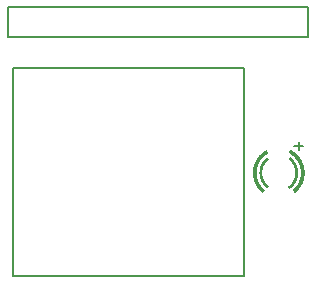
<source format=gbr>
G04 EAGLE Gerber RS-274X export*
G75*
%MOMM*%
%FSLAX34Y34*%
%LPD*%
%INSilkscreen Top*%
%IPPOS*%
%AMOC8*
5,1,8,0,0,1.08239X$1,22.5*%
G01*
%ADD10C,0.015238*%
%ADD11C,0.025400*%
%ADD12C,0.127000*%
%ADD13C,0.152400*%


D10*
X250618Y88685D02*
X249821Y89802D01*
X249821Y89801D02*
X250103Y90010D01*
X250380Y90226D01*
X250651Y90448D01*
X250917Y90676D01*
X251178Y90911D01*
X251433Y91152D01*
X251681Y91400D01*
X251924Y91653D01*
X252161Y91912D01*
X252391Y92176D01*
X252615Y92447D01*
X252832Y92722D01*
X253043Y93002D01*
X253247Y93288D01*
X253444Y93578D01*
X253634Y93873D01*
X253816Y94173D01*
X253992Y94477D01*
X254160Y94785D01*
X254320Y95097D01*
X254473Y95412D01*
X254618Y95732D01*
X254756Y96054D01*
X254886Y96380D01*
X255008Y96709D01*
X255122Y97041D01*
X255227Y97376D01*
X255325Y97712D01*
X255415Y98052D01*
X255496Y98393D01*
X255569Y98736D01*
X255634Y99081D01*
X255691Y99427D01*
X255739Y99774D01*
X255779Y100123D01*
X255810Y100472D01*
X255833Y100822D01*
X255848Y101173D01*
X255854Y101524D01*
X257225Y101524D01*
X257226Y101524D01*
X257219Y101139D01*
X257204Y100756D01*
X257179Y100372D01*
X257144Y99989D01*
X257101Y99608D01*
X257048Y99227D01*
X256986Y98848D01*
X256915Y98470D01*
X256835Y98094D01*
X256746Y97720D01*
X256648Y97349D01*
X256541Y96980D01*
X256425Y96614D01*
X256301Y96250D01*
X256167Y95890D01*
X256025Y95533D01*
X255874Y95179D01*
X255715Y94830D01*
X255548Y94484D01*
X255372Y94142D01*
X255188Y93805D01*
X254996Y93472D01*
X254796Y93144D01*
X254588Y92821D01*
X254372Y92503D01*
X254149Y92190D01*
X253918Y91883D01*
X253680Y91581D01*
X253435Y91285D01*
X253182Y90996D01*
X252923Y90712D01*
X252657Y90435D01*
X252384Y90164D01*
X252105Y89900D01*
X251820Y89643D01*
X251528Y89392D01*
X251231Y89149D01*
X250927Y88913D01*
X250618Y88685D01*
X250535Y88801D01*
X250841Y89028D01*
X251142Y89261D01*
X251437Y89502D01*
X251726Y89751D01*
X252008Y90005D01*
X252285Y90267D01*
X252555Y90535D01*
X252819Y90810D01*
X253076Y91091D01*
X253326Y91378D01*
X253569Y91671D01*
X253805Y91970D01*
X254034Y92275D01*
X254255Y92585D01*
X254468Y92900D01*
X254675Y93220D01*
X254873Y93545D01*
X255063Y93875D01*
X255245Y94209D01*
X255420Y94548D01*
X255586Y94890D01*
X255743Y95237D01*
X255893Y95587D01*
X256034Y95941D01*
X256166Y96298D01*
X256289Y96658D01*
X256404Y97021D01*
X256510Y97387D01*
X256607Y97755D01*
X256696Y98125D01*
X256775Y98498D01*
X256845Y98872D01*
X256907Y99248D01*
X256959Y99625D01*
X257002Y100003D01*
X257036Y100383D01*
X257061Y100762D01*
X257076Y101143D01*
X257083Y101524D01*
X256940Y101524D01*
X256933Y101146D01*
X256918Y100769D01*
X256893Y100393D01*
X256860Y100017D01*
X256817Y99642D01*
X256765Y99269D01*
X256705Y98896D01*
X256635Y98525D01*
X256556Y98156D01*
X256469Y97789D01*
X256372Y97425D01*
X256267Y97062D01*
X256153Y96703D01*
X256031Y96346D01*
X255900Y95992D01*
X255760Y95641D01*
X255613Y95294D01*
X255456Y94951D01*
X255292Y94611D01*
X255119Y94276D01*
X254938Y93945D01*
X254750Y93618D01*
X254553Y93296D01*
X254349Y92979D01*
X254137Y92666D01*
X253918Y92359D01*
X253692Y92058D01*
X253458Y91762D01*
X253217Y91471D01*
X252969Y91187D01*
X252715Y90908D01*
X252454Y90636D01*
X252186Y90370D01*
X251912Y90111D01*
X251632Y89858D01*
X251345Y89612D01*
X251053Y89374D01*
X250755Y89142D01*
X250452Y88917D01*
X250369Y89034D01*
X250670Y89256D01*
X250965Y89486D01*
X251254Y89722D01*
X251537Y89966D01*
X251815Y90216D01*
X252087Y90473D01*
X252352Y90737D01*
X252611Y91006D01*
X252863Y91282D01*
X253108Y91564D01*
X253347Y91852D01*
X253579Y92145D01*
X253803Y92444D01*
X254020Y92748D01*
X254230Y93058D01*
X254432Y93372D01*
X254627Y93691D01*
X254814Y94015D01*
X254993Y94343D01*
X255164Y94675D01*
X255327Y95012D01*
X255482Y95352D01*
X255628Y95696D01*
X255766Y96043D01*
X255896Y96394D01*
X256018Y96747D01*
X256130Y97104D01*
X256234Y97463D01*
X256330Y97824D01*
X256417Y98188D01*
X256495Y98553D01*
X256564Y98921D01*
X256624Y99289D01*
X256675Y99660D01*
X256717Y100031D01*
X256751Y100403D01*
X256775Y100776D01*
X256790Y101150D01*
X256797Y101524D01*
X256654Y101524D01*
X256648Y101153D01*
X256632Y100783D01*
X256608Y100414D01*
X256575Y100045D01*
X256533Y99677D01*
X256482Y99310D01*
X256423Y98945D01*
X256354Y98581D01*
X256277Y98219D01*
X256191Y97859D01*
X256097Y97500D01*
X255993Y97145D01*
X255882Y96792D01*
X255762Y96442D01*
X255633Y96094D01*
X255496Y95750D01*
X255351Y95410D01*
X255197Y95072D01*
X255036Y94739D01*
X254866Y94410D01*
X254689Y94085D01*
X254504Y93764D01*
X254311Y93448D01*
X254111Y93137D01*
X253903Y92830D01*
X253688Y92529D01*
X253465Y92233D01*
X253236Y91942D01*
X253000Y91657D01*
X252756Y91378D01*
X252507Y91104D01*
X252250Y90837D01*
X251987Y90576D01*
X251718Y90322D01*
X251443Y90074D01*
X251163Y89832D01*
X250876Y89598D01*
X250584Y89371D01*
X250286Y89150D01*
X250203Y89267D01*
X250498Y89485D01*
X250787Y89710D01*
X251071Y89942D01*
X251349Y90181D01*
X251622Y90427D01*
X251888Y90679D01*
X252149Y90938D01*
X252402Y91202D01*
X252650Y91473D01*
X252891Y91750D01*
X253125Y92032D01*
X253352Y92320D01*
X253573Y92613D01*
X253786Y92912D01*
X253992Y93216D01*
X254190Y93524D01*
X254381Y93837D01*
X254564Y94155D01*
X254740Y94477D01*
X254908Y94803D01*
X255068Y95133D01*
X255220Y95467D01*
X255364Y95805D01*
X255499Y96145D01*
X255627Y96489D01*
X255746Y96836D01*
X255857Y97186D01*
X255959Y97538D01*
X256052Y97893D01*
X256137Y98250D01*
X256214Y98609D01*
X256282Y98969D01*
X256341Y99331D01*
X256391Y99695D01*
X256433Y100059D01*
X256465Y100424D01*
X256489Y100790D01*
X256505Y101157D01*
X256511Y101524D01*
X256368Y101524D01*
X256362Y101160D01*
X256347Y100797D01*
X256323Y100435D01*
X256290Y100073D01*
X256249Y99712D01*
X256199Y99352D01*
X256141Y98993D01*
X256074Y98636D01*
X255998Y98281D01*
X255914Y97928D01*
X255821Y97576D01*
X255720Y97227D01*
X255610Y96881D01*
X255492Y96537D01*
X255366Y96197D01*
X255231Y95859D01*
X255089Y95525D01*
X254938Y95194D01*
X254780Y94867D01*
X254614Y94544D01*
X254440Y94225D01*
X254258Y93910D01*
X254069Y93600D01*
X253872Y93295D01*
X253668Y92994D01*
X253457Y92698D01*
X253239Y92408D01*
X253014Y92122D01*
X252782Y91843D01*
X252544Y91569D01*
X252298Y91300D01*
X252047Y91038D01*
X251789Y90782D01*
X251525Y90532D01*
X251255Y90289D01*
X250980Y90052D01*
X250698Y89822D01*
X250412Y89599D01*
X250120Y89383D01*
X250037Y89499D01*
X250326Y89713D01*
X250610Y89935D01*
X250888Y90162D01*
X251161Y90397D01*
X251429Y90638D01*
X251690Y90885D01*
X251945Y91139D01*
X252194Y91399D01*
X252437Y91664D01*
X252673Y91936D01*
X252903Y92213D01*
X253126Y92495D01*
X253342Y92783D01*
X253551Y93076D01*
X253753Y93373D01*
X253948Y93676D01*
X254135Y93983D01*
X254315Y94295D01*
X254487Y94611D01*
X254652Y94931D01*
X254809Y95255D01*
X254958Y95582D01*
X255099Y95913D01*
X255232Y96248D01*
X255357Y96585D01*
X255474Y96925D01*
X255583Y97269D01*
X255683Y97614D01*
X255775Y97962D01*
X255858Y98312D01*
X255933Y98664D01*
X256000Y99018D01*
X256058Y99373D01*
X256107Y99729D01*
X256148Y100087D01*
X256180Y100445D01*
X256204Y100804D01*
X256219Y101164D01*
X256225Y101524D01*
X256082Y101524D01*
X256076Y101167D01*
X256061Y100811D01*
X256038Y100456D01*
X256006Y100101D01*
X255965Y99747D01*
X255916Y99394D01*
X255859Y99042D01*
X255793Y98692D01*
X255719Y98343D01*
X255636Y97997D01*
X255545Y97652D01*
X255446Y97310D01*
X255338Y96970D01*
X255222Y96633D01*
X255099Y96299D01*
X254967Y95968D01*
X254827Y95640D01*
X254680Y95315D01*
X254524Y94995D01*
X254361Y94678D01*
X254190Y94365D01*
X254012Y94056D01*
X253827Y93752D01*
X253634Y93452D01*
X253434Y93157D01*
X253227Y92867D01*
X253013Y92582D01*
X252792Y92303D01*
X252565Y92028D01*
X252331Y91760D01*
X252090Y91497D01*
X251844Y91239D01*
X251591Y90988D01*
X251332Y90743D01*
X251067Y90505D01*
X250797Y90272D01*
X250521Y90047D01*
X250240Y89828D01*
X249954Y89616D01*
X249870Y89732D01*
X250154Y89942D01*
X250432Y90159D01*
X250706Y90382D01*
X250973Y90612D01*
X251235Y90849D01*
X251491Y91091D01*
X251742Y91340D01*
X251986Y91595D01*
X252224Y91855D01*
X252456Y92121D01*
X252681Y92393D01*
X252900Y92670D01*
X253112Y92952D01*
X253317Y93239D01*
X253515Y93531D01*
X253706Y93828D01*
X253889Y94129D01*
X254066Y94435D01*
X254235Y94745D01*
X254396Y95059D01*
X254550Y95376D01*
X254696Y95697D01*
X254835Y96022D01*
X254965Y96350D01*
X255088Y96681D01*
X255202Y97015D01*
X255309Y97351D01*
X255407Y97690D01*
X255497Y98031D01*
X255579Y98374D01*
X255653Y98719D01*
X255718Y99066D01*
X255775Y99415D01*
X255823Y99764D01*
X255863Y100115D01*
X255895Y100466D01*
X255918Y100818D01*
X255933Y101171D01*
X255939Y101524D01*
X257225Y101675D02*
X255853Y101675D01*
X255854Y101676D02*
X255848Y102027D01*
X255833Y102378D01*
X255810Y102728D01*
X255779Y103078D01*
X255739Y103427D01*
X255691Y103775D01*
X255634Y104121D01*
X255569Y104466D01*
X255496Y104810D01*
X255414Y105151D01*
X255324Y105491D01*
X255226Y105828D01*
X255120Y106163D01*
X255006Y106495D01*
X254884Y106824D01*
X254754Y107150D01*
X254616Y107473D01*
X254471Y107793D01*
X254317Y108109D01*
X254157Y108421D01*
X253988Y108729D01*
X253813Y109033D01*
X253630Y109333D01*
X253440Y109628D01*
X253242Y109919D01*
X253038Y110204D01*
X252827Y110485D01*
X252609Y110760D01*
X252385Y111031D01*
X252154Y111295D01*
X251917Y111554D01*
X251674Y111808D01*
X251425Y112055D01*
X251170Y112296D01*
X250909Y112531D01*
X250642Y112760D01*
X250370Y112982D01*
X250093Y113197D01*
X250916Y114295D01*
X251220Y114059D01*
X251518Y113816D01*
X251810Y113566D01*
X252096Y113308D01*
X252376Y113044D01*
X252649Y112773D01*
X252915Y112496D01*
X253175Y112212D01*
X253428Y111923D01*
X253674Y111627D01*
X253912Y111325D01*
X254143Y111018D01*
X254367Y110705D01*
X254583Y110386D01*
X254791Y110063D01*
X254992Y109735D01*
X255184Y109402D01*
X255368Y109064D01*
X255545Y108722D01*
X255712Y108376D01*
X255872Y108026D01*
X256023Y107672D01*
X256165Y107315D01*
X256299Y106954D01*
X256424Y106591D01*
X256540Y106224D01*
X256647Y105855D01*
X256745Y105483D01*
X256835Y105109D01*
X256915Y104733D01*
X256986Y104355D01*
X257048Y103975D01*
X257101Y103594D01*
X257144Y103212D01*
X257179Y102829D01*
X257204Y102445D01*
X257219Y102061D01*
X257226Y101676D01*
X257083Y101676D01*
X257076Y102057D01*
X257061Y102438D01*
X257036Y102818D01*
X257002Y103198D01*
X256959Y103577D01*
X256906Y103954D01*
X256845Y104330D01*
X256775Y104705D01*
X256695Y105078D01*
X256607Y105448D01*
X256509Y105817D01*
X256403Y106183D01*
X256288Y106546D01*
X256164Y106907D01*
X256032Y107264D01*
X255891Y107618D01*
X255741Y107969D01*
X255583Y108315D01*
X255417Y108658D01*
X255242Y108997D01*
X255060Y109332D01*
X254869Y109662D01*
X254670Y109987D01*
X254464Y110307D01*
X254250Y110623D01*
X254028Y110933D01*
X253799Y111237D01*
X253563Y111536D01*
X253319Y111830D01*
X253069Y112117D01*
X252811Y112398D01*
X252547Y112673D01*
X252276Y112941D01*
X251999Y113203D01*
X251716Y113458D01*
X251427Y113706D01*
X251131Y113947D01*
X250830Y114181D01*
X250745Y114066D01*
X251043Y113835D01*
X251335Y113596D01*
X251622Y113350D01*
X251903Y113097D01*
X252177Y112838D01*
X252446Y112572D01*
X252707Y112300D01*
X252962Y112021D01*
X253210Y111737D01*
X253452Y111446D01*
X253686Y111150D01*
X253913Y110848D01*
X254132Y110541D01*
X254345Y110228D01*
X254549Y109911D01*
X254746Y109589D01*
X254935Y109262D01*
X255116Y108930D01*
X255289Y108594D01*
X255454Y108255D01*
X255610Y107911D01*
X255758Y107564D01*
X255898Y107213D01*
X256029Y106859D01*
X256152Y106502D01*
X256266Y106141D01*
X256371Y105779D01*
X256468Y105414D01*
X256556Y105046D01*
X256634Y104677D01*
X256704Y104306D01*
X256765Y103933D01*
X256817Y103559D01*
X256860Y103184D01*
X256893Y102808D01*
X256918Y102431D01*
X256933Y102054D01*
X256940Y101676D01*
X256797Y101676D01*
X256790Y102050D01*
X256775Y102424D01*
X256751Y102797D01*
X256717Y103170D01*
X256675Y103542D01*
X256624Y103912D01*
X256563Y104282D01*
X256494Y104649D01*
X256416Y105015D01*
X256329Y105379D01*
X256234Y105741D01*
X256129Y106100D01*
X256016Y106457D01*
X255895Y106811D01*
X255765Y107162D01*
X255626Y107509D01*
X255479Y107853D01*
X255324Y108194D01*
X255161Y108530D01*
X254990Y108863D01*
X254810Y109191D01*
X254623Y109515D01*
X254428Y109835D01*
X254225Y110149D01*
X254015Y110459D01*
X253798Y110763D01*
X253573Y111062D01*
X253341Y111356D01*
X253102Y111644D01*
X252856Y111926D01*
X252603Y112202D01*
X252344Y112471D01*
X252078Y112735D01*
X251806Y112992D01*
X251528Y113242D01*
X251244Y113486D01*
X250954Y113722D01*
X250659Y113952D01*
X250573Y113837D01*
X250866Y113610D01*
X251153Y113376D01*
X251434Y113134D01*
X251710Y112886D01*
X251979Y112632D01*
X252242Y112371D01*
X252499Y112103D01*
X252749Y111830D01*
X252993Y111551D01*
X253230Y111266D01*
X253460Y110975D01*
X253683Y110678D01*
X253898Y110377D01*
X254106Y110070D01*
X254307Y109759D01*
X254500Y109442D01*
X254686Y109121D01*
X254863Y108796D01*
X255033Y108467D01*
X255195Y108133D01*
X255348Y107796D01*
X255494Y107455D01*
X255631Y107110D01*
X255760Y106763D01*
X255880Y106412D01*
X255992Y106059D01*
X256096Y105703D01*
X256190Y105345D01*
X256276Y104984D01*
X256354Y104622D01*
X256422Y104257D01*
X256482Y103891D01*
X256533Y103524D01*
X256575Y103156D01*
X256608Y102787D01*
X256632Y102417D01*
X256648Y102047D01*
X256654Y101676D01*
X256511Y101676D01*
X256505Y102043D01*
X256489Y102410D01*
X256465Y102776D01*
X256433Y103142D01*
X256391Y103507D01*
X256341Y103871D01*
X256281Y104233D01*
X256213Y104594D01*
X256137Y104953D01*
X256052Y105310D01*
X255958Y105665D01*
X255855Y106018D01*
X255745Y106368D01*
X255625Y106715D01*
X255498Y107059D01*
X255362Y107400D01*
X255218Y107738D01*
X255065Y108072D01*
X254905Y108403D01*
X254737Y108729D01*
X254561Y109051D01*
X254377Y109369D01*
X254186Y109683D01*
X253987Y109991D01*
X253781Y110295D01*
X253567Y110594D01*
X253347Y110887D01*
X253119Y111175D01*
X252884Y111458D01*
X252643Y111734D01*
X252395Y112005D01*
X252141Y112270D01*
X251880Y112529D01*
X251613Y112781D01*
X251340Y113027D01*
X251062Y113266D01*
X250777Y113498D01*
X250487Y113723D01*
X250401Y113609D01*
X250689Y113385D01*
X250970Y113155D01*
X251246Y112919D01*
X251517Y112675D01*
X251781Y112426D01*
X252039Y112169D01*
X252291Y111907D01*
X252537Y111639D01*
X252776Y111365D01*
X253008Y111085D01*
X253234Y110800D01*
X253452Y110509D01*
X253664Y110213D01*
X253868Y109912D01*
X254065Y109606D01*
X254254Y109296D01*
X254436Y108981D01*
X254611Y108662D01*
X254777Y108339D01*
X254936Y108011D01*
X255087Y107680D01*
X255229Y107346D01*
X255364Y107008D01*
X255490Y106667D01*
X255609Y106323D01*
X255718Y105976D01*
X255820Y105627D01*
X255913Y105276D01*
X255997Y104922D01*
X256073Y104566D01*
X256140Y104209D01*
X256199Y103850D01*
X256249Y103489D01*
X256290Y103128D01*
X256323Y102766D01*
X256347Y102403D01*
X256362Y102040D01*
X256368Y101676D01*
X256225Y101676D01*
X256219Y102036D01*
X256204Y102396D01*
X256180Y102755D01*
X256148Y103114D01*
X256107Y103472D01*
X256058Y103829D01*
X256000Y104184D01*
X255933Y104538D01*
X255858Y104891D01*
X255774Y105241D01*
X255682Y105589D01*
X255582Y105935D01*
X255473Y106278D01*
X255356Y106619D01*
X255231Y106957D01*
X255097Y107291D01*
X254956Y107623D01*
X254807Y107951D01*
X254649Y108275D01*
X254484Y108595D01*
X254312Y108911D01*
X254132Y109223D01*
X253944Y109530D01*
X253749Y109833D01*
X253546Y110131D01*
X253337Y110424D01*
X253121Y110712D01*
X252897Y110995D01*
X252667Y111272D01*
X252430Y111543D01*
X252187Y111809D01*
X251938Y112069D01*
X251682Y112322D01*
X251420Y112570D01*
X251152Y112811D01*
X250879Y113045D01*
X250600Y113273D01*
X250316Y113494D01*
X250230Y113380D01*
X250512Y113161D01*
X250788Y112935D01*
X251059Y112703D01*
X251324Y112464D01*
X251583Y112219D01*
X251836Y111968D01*
X252083Y111711D01*
X252324Y111448D01*
X252558Y111179D01*
X252786Y110904D01*
X253007Y110625D01*
X253222Y110339D01*
X253429Y110049D01*
X253630Y109754D01*
X253823Y109454D01*
X254009Y109150D01*
X254187Y108841D01*
X254358Y108528D01*
X254521Y108211D01*
X254677Y107890D01*
X254825Y107565D01*
X254965Y107237D01*
X255097Y106906D01*
X255221Y106571D01*
X255337Y106234D01*
X255445Y105894D01*
X255544Y105551D01*
X255635Y105206D01*
X255718Y104859D01*
X255793Y104511D01*
X255859Y104160D01*
X255916Y103808D01*
X255965Y103455D01*
X256006Y103100D01*
X256038Y102745D01*
X256061Y102389D01*
X256076Y102033D01*
X256082Y101676D01*
X255939Y101676D01*
X255933Y102029D01*
X255918Y102382D01*
X255895Y102735D01*
X255863Y103086D01*
X255823Y103437D01*
X255775Y103787D01*
X255718Y104136D01*
X255652Y104483D01*
X255579Y104828D01*
X255497Y105172D01*
X255406Y105513D01*
X255308Y105853D01*
X255201Y106189D01*
X255086Y106523D01*
X254963Y106855D01*
X254833Y107183D01*
X254694Y107508D01*
X254548Y107829D01*
X254394Y108147D01*
X254232Y108461D01*
X254062Y108771D01*
X253886Y109077D01*
X253702Y109378D01*
X253510Y109675D01*
X253312Y109967D01*
X253107Y110255D01*
X252894Y110537D01*
X252675Y110814D01*
X252450Y111086D01*
X252218Y111352D01*
X251979Y111613D01*
X251735Y111867D01*
X251484Y112116D01*
X251227Y112359D01*
X250965Y112595D01*
X250697Y112825D01*
X250423Y113049D01*
X250144Y113265D01*
X225375Y101524D02*
X226747Y101524D01*
X226746Y101524D02*
X226752Y101170D01*
X226767Y100817D01*
X226790Y100464D01*
X226822Y100112D01*
X226863Y99760D01*
X226912Y99410D01*
X226969Y99061D01*
X227035Y98713D01*
X227110Y98367D01*
X227192Y98023D01*
X227283Y97682D01*
X227383Y97342D01*
X227490Y97005D01*
X227606Y96671D01*
X227730Y96339D01*
X227862Y96011D01*
X228002Y95686D01*
X228149Y95365D01*
X228305Y95047D01*
X228468Y94733D01*
X228639Y94423D01*
X228817Y94118D01*
X229002Y93816D01*
X229195Y93520D01*
X229395Y93228D01*
X229602Y92941D01*
X229816Y92659D01*
X230037Y92383D01*
X230264Y92112D01*
X230498Y91847D01*
X230738Y91587D01*
X230984Y91333D01*
X231237Y91085D01*
X231496Y90844D01*
X231760Y90609D01*
X232030Y90380D01*
X232305Y90158D01*
X231463Y89076D01*
X231463Y89075D01*
X231161Y89318D01*
X230865Y89569D01*
X230576Y89826D01*
X230292Y90090D01*
X230016Y90362D01*
X229746Y90639D01*
X229482Y90924D01*
X229226Y91214D01*
X228977Y91511D01*
X228735Y91814D01*
X228501Y92123D01*
X228274Y92437D01*
X228055Y92756D01*
X227844Y93081D01*
X227641Y93411D01*
X227445Y93746D01*
X227258Y94085D01*
X227080Y94429D01*
X226910Y94777D01*
X226748Y95129D01*
X226595Y95485D01*
X226450Y95845D01*
X226315Y96208D01*
X226188Y96574D01*
X226070Y96943D01*
X225961Y97315D01*
X225862Y97689D01*
X225771Y98066D01*
X225690Y98445D01*
X225618Y98826D01*
X225555Y99208D01*
X225501Y99592D01*
X225457Y99977D01*
X225422Y100363D01*
X225397Y100749D01*
X225381Y101136D01*
X225374Y101524D01*
X225517Y101524D01*
X225524Y101140D01*
X225540Y100756D01*
X225565Y100373D01*
X225599Y99991D01*
X225643Y99609D01*
X225696Y99229D01*
X225758Y98850D01*
X225830Y98473D01*
X225911Y98098D01*
X226000Y97724D01*
X226099Y97353D01*
X226207Y96985D01*
X226324Y96619D01*
X226449Y96256D01*
X226584Y95896D01*
X226727Y95540D01*
X226878Y95187D01*
X227039Y94838D01*
X227207Y94493D01*
X227384Y94153D01*
X227570Y93816D01*
X227763Y93485D01*
X227965Y93158D01*
X228174Y92836D01*
X228391Y92519D01*
X228616Y92208D01*
X228848Y91902D01*
X229088Y91602D01*
X229334Y91308D01*
X229588Y91020D01*
X229849Y90738D01*
X230117Y90463D01*
X230391Y90194D01*
X230672Y89932D01*
X230959Y89677D01*
X231252Y89429D01*
X231551Y89188D01*
X231639Y89301D01*
X231342Y89540D01*
X231052Y89785D01*
X230768Y90038D01*
X230489Y90298D01*
X230218Y90564D01*
X229953Y90837D01*
X229694Y91116D01*
X229443Y91401D01*
X229198Y91693D01*
X228961Y91990D01*
X228730Y92293D01*
X228508Y92602D01*
X228293Y92916D01*
X228085Y93234D01*
X227886Y93558D01*
X227694Y93887D01*
X227511Y94220D01*
X227335Y94558D01*
X227168Y94900D01*
X227009Y95245D01*
X226859Y95595D01*
X226717Y95948D01*
X226584Y96304D01*
X226459Y96664D01*
X226344Y97026D01*
X226237Y97391D01*
X226139Y97759D01*
X226050Y98129D01*
X225970Y98501D01*
X225899Y98875D01*
X225838Y99250D01*
X225785Y99627D01*
X225742Y100005D01*
X225707Y100384D01*
X225682Y100763D01*
X225667Y101144D01*
X225660Y101524D01*
X225803Y101524D01*
X225810Y101147D01*
X225825Y100770D01*
X225850Y100394D01*
X225884Y100019D01*
X225927Y99644D01*
X225979Y99271D01*
X226040Y98899D01*
X226110Y98529D01*
X226190Y98160D01*
X226278Y97794D01*
X226375Y97430D01*
X226481Y97068D01*
X226595Y96709D01*
X226718Y96353D01*
X226850Y95999D01*
X226991Y95650D01*
X227140Y95303D01*
X227297Y94961D01*
X227463Y94622D01*
X227637Y94288D01*
X227818Y93958D01*
X228008Y93632D01*
X228206Y93311D01*
X228412Y92995D01*
X228625Y92684D01*
X228845Y92379D01*
X229073Y92078D01*
X229308Y91784D01*
X229551Y91495D01*
X229800Y91212D01*
X230056Y90936D01*
X230319Y90665D01*
X230588Y90401D01*
X230863Y90144D01*
X231145Y89894D01*
X231433Y89650D01*
X231726Y89414D01*
X231814Y89527D01*
X231523Y89761D01*
X231238Y90002D01*
X230959Y90250D01*
X230686Y90505D01*
X230420Y90767D01*
X230159Y91034D01*
X229906Y91308D01*
X229659Y91589D01*
X229419Y91875D01*
X229186Y92166D01*
X228960Y92464D01*
X228741Y92767D01*
X228530Y93075D01*
X228327Y93388D01*
X228131Y93706D01*
X227943Y94028D01*
X227763Y94355D01*
X227590Y94687D01*
X227426Y95022D01*
X227271Y95361D01*
X227123Y95704D01*
X226984Y96051D01*
X226853Y96401D01*
X226731Y96754D01*
X226617Y97109D01*
X226513Y97468D01*
X226416Y97829D01*
X226329Y98192D01*
X226251Y98557D01*
X226181Y98924D01*
X226120Y99292D01*
X226069Y99662D01*
X226026Y100033D01*
X225993Y100405D01*
X225968Y100777D01*
X225953Y101151D01*
X225946Y101524D01*
X226089Y101524D01*
X226096Y101154D01*
X226111Y100784D01*
X226135Y100415D01*
X226168Y100047D01*
X226211Y99679D01*
X226262Y99313D01*
X226322Y98948D01*
X226391Y98585D01*
X226469Y98223D01*
X226555Y97863D01*
X226650Y97506D01*
X226754Y97151D01*
X226867Y96799D01*
X226988Y96449D01*
X227117Y96103D01*
X227255Y95759D01*
X227401Y95420D01*
X227556Y95083D01*
X227718Y94751D01*
X227889Y94423D01*
X228067Y94099D01*
X228254Y93779D01*
X228448Y93464D01*
X228649Y93154D01*
X228858Y92849D01*
X229075Y92549D01*
X229298Y92255D01*
X229529Y91966D01*
X229767Y91682D01*
X230012Y91405D01*
X230263Y91133D01*
X230521Y90868D01*
X230785Y90609D01*
X231055Y90356D01*
X231332Y90111D01*
X231614Y89872D01*
X231902Y89640D01*
X231990Y89752D01*
X231704Y89982D01*
X231425Y90219D01*
X231151Y90463D01*
X230883Y90713D01*
X230622Y90969D01*
X230366Y91232D01*
X230117Y91501D01*
X229875Y91776D01*
X229640Y92056D01*
X229411Y92343D01*
X229189Y92634D01*
X228975Y92932D01*
X228768Y93234D01*
X228568Y93541D01*
X228376Y93853D01*
X228192Y94169D01*
X228015Y94490D01*
X227846Y94815D01*
X227685Y95145D01*
X227532Y95478D01*
X227387Y95814D01*
X227251Y96154D01*
X227122Y96497D01*
X227002Y96844D01*
X226891Y97193D01*
X226788Y97544D01*
X226694Y97898D01*
X226608Y98254D01*
X226531Y98613D01*
X226463Y98973D01*
X226403Y99334D01*
X226353Y99697D01*
X226311Y100061D01*
X226278Y100426D01*
X226254Y100792D01*
X226238Y101158D01*
X226232Y101524D01*
X226375Y101524D01*
X226381Y101161D01*
X226397Y100799D01*
X226420Y100436D01*
X226453Y100075D01*
X226495Y99715D01*
X226545Y99355D01*
X226604Y98997D01*
X226671Y98641D01*
X226748Y98286D01*
X226832Y97933D01*
X226926Y97582D01*
X227028Y97234D01*
X227138Y96888D01*
X227257Y96546D01*
X227384Y96206D01*
X227519Y95869D01*
X227663Y95536D01*
X227814Y95206D01*
X227973Y94880D01*
X228141Y94558D01*
X228316Y94240D01*
X228499Y93927D01*
X228689Y93618D01*
X228887Y93313D01*
X229092Y93014D01*
X229304Y92720D01*
X229524Y92431D01*
X229750Y92147D01*
X229983Y91869D01*
X230223Y91597D01*
X230470Y91331D01*
X230723Y91070D01*
X230982Y90816D01*
X231247Y90569D01*
X231518Y90328D01*
X231795Y90093D01*
X232078Y89865D01*
X232165Y89978D01*
X231885Y90204D01*
X231611Y90436D01*
X231343Y90675D01*
X231080Y90920D01*
X230824Y91172D01*
X230573Y91429D01*
X230329Y91693D01*
X230091Y91963D01*
X229861Y92238D01*
X229636Y92519D01*
X229419Y92805D01*
X229209Y93097D01*
X229006Y93393D01*
X228810Y93694D01*
X228621Y94000D01*
X228440Y94311D01*
X228267Y94625D01*
X228101Y94944D01*
X227943Y95267D01*
X227793Y95594D01*
X227651Y95924D01*
X227517Y96257D01*
X227392Y96594D01*
X227274Y96933D01*
X227165Y97276D01*
X227064Y97621D01*
X226971Y97968D01*
X226887Y98317D01*
X226812Y98669D01*
X226745Y99022D01*
X226686Y99376D01*
X226636Y99732D01*
X226595Y100089D01*
X226563Y100447D01*
X226539Y100806D01*
X226524Y101165D01*
X226518Y101524D01*
X226661Y101524D01*
X226667Y101168D01*
X226682Y100813D01*
X226706Y100458D01*
X226738Y100103D01*
X226778Y99750D01*
X226828Y99397D01*
X226885Y99046D01*
X226952Y98697D01*
X227027Y98349D01*
X227110Y98003D01*
X227202Y97659D01*
X227301Y97317D01*
X227410Y96978D01*
X227526Y96642D01*
X227651Y96309D01*
X227783Y95979D01*
X227924Y95652D01*
X228073Y95328D01*
X228229Y95009D01*
X228393Y94693D01*
X228565Y94381D01*
X228744Y94074D01*
X228930Y93771D01*
X229124Y93473D01*
X229326Y93179D01*
X229534Y92890D01*
X229749Y92607D01*
X229971Y92329D01*
X230200Y92056D01*
X230435Y91789D01*
X230677Y91528D01*
X230924Y91273D01*
X231179Y91024D01*
X231439Y90781D01*
X231704Y90544D01*
X231976Y90314D01*
X232253Y90091D01*
X231463Y114124D02*
X232306Y113041D01*
X232305Y113042D02*
X232030Y112820D01*
X231760Y112591D01*
X231496Y112356D01*
X231237Y112115D01*
X230984Y111867D01*
X230738Y111613D01*
X230498Y111353D01*
X230264Y111088D01*
X230037Y110817D01*
X229816Y110541D01*
X229602Y110259D01*
X229395Y109972D01*
X229195Y109680D01*
X229002Y109384D01*
X228817Y109082D01*
X228639Y108777D01*
X228468Y108467D01*
X228305Y108153D01*
X228149Y107835D01*
X228002Y107514D01*
X227862Y107189D01*
X227730Y106861D01*
X227606Y106529D01*
X227490Y106195D01*
X227383Y105858D01*
X227283Y105518D01*
X227192Y105177D01*
X227110Y104833D01*
X227035Y104487D01*
X226969Y104139D01*
X226912Y103790D01*
X226863Y103440D01*
X226822Y103088D01*
X226790Y102736D01*
X226767Y102383D01*
X226752Y102030D01*
X226746Y101676D01*
X225375Y101676D01*
X225374Y101676D01*
X225381Y102064D01*
X225397Y102451D01*
X225422Y102837D01*
X225457Y103223D01*
X225501Y103608D01*
X225555Y103992D01*
X225618Y104374D01*
X225690Y104755D01*
X225771Y105134D01*
X225862Y105511D01*
X225961Y105885D01*
X226070Y106257D01*
X226188Y106626D01*
X226315Y106992D01*
X226450Y107355D01*
X226595Y107715D01*
X226748Y108071D01*
X226910Y108423D01*
X227080Y108771D01*
X227258Y109115D01*
X227445Y109454D01*
X227641Y109789D01*
X227844Y110119D01*
X228055Y110444D01*
X228274Y110763D01*
X228501Y111077D01*
X228735Y111386D01*
X228977Y111689D01*
X229226Y111986D01*
X229482Y112276D01*
X229746Y112561D01*
X230016Y112838D01*
X230292Y113110D01*
X230576Y113374D01*
X230865Y113631D01*
X231161Y113882D01*
X231463Y114125D01*
X231551Y114012D01*
X231252Y113771D01*
X230959Y113523D01*
X230672Y113268D01*
X230391Y113006D01*
X230117Y112737D01*
X229849Y112462D01*
X229588Y112180D01*
X229334Y111892D01*
X229088Y111598D01*
X228848Y111298D01*
X228616Y110992D01*
X228391Y110681D01*
X228174Y110364D01*
X227965Y110042D01*
X227763Y109715D01*
X227570Y109384D01*
X227384Y109047D01*
X227207Y108707D01*
X227039Y108362D01*
X226878Y108013D01*
X226727Y107660D01*
X226584Y107304D01*
X226449Y106944D01*
X226324Y106581D01*
X226207Y106215D01*
X226099Y105847D01*
X226000Y105476D01*
X225911Y105102D01*
X225830Y104727D01*
X225758Y104350D01*
X225696Y103971D01*
X225643Y103591D01*
X225599Y103209D01*
X225565Y102827D01*
X225540Y102444D01*
X225524Y102060D01*
X225517Y101676D01*
X225660Y101676D01*
X225667Y102056D01*
X225682Y102437D01*
X225707Y102816D01*
X225742Y103195D01*
X225785Y103573D01*
X225838Y103950D01*
X225899Y104325D01*
X225970Y104699D01*
X226050Y105071D01*
X226139Y105441D01*
X226237Y105809D01*
X226344Y106174D01*
X226459Y106536D01*
X226584Y106896D01*
X226717Y107252D01*
X226859Y107605D01*
X227009Y107955D01*
X227168Y108300D01*
X227335Y108642D01*
X227511Y108980D01*
X227694Y109313D01*
X227886Y109642D01*
X228085Y109966D01*
X228293Y110284D01*
X228508Y110598D01*
X228730Y110907D01*
X228961Y111210D01*
X229198Y111507D01*
X229443Y111799D01*
X229694Y112084D01*
X229953Y112363D01*
X230218Y112636D01*
X230489Y112902D01*
X230768Y113162D01*
X231052Y113415D01*
X231342Y113660D01*
X231639Y113899D01*
X231726Y113786D01*
X231433Y113550D01*
X231145Y113306D01*
X230863Y113056D01*
X230588Y112799D01*
X230319Y112535D01*
X230056Y112264D01*
X229800Y111988D01*
X229551Y111705D01*
X229308Y111416D01*
X229073Y111122D01*
X228845Y110821D01*
X228625Y110516D01*
X228412Y110205D01*
X228206Y109889D01*
X228008Y109568D01*
X227818Y109242D01*
X227637Y108912D01*
X227463Y108578D01*
X227297Y108239D01*
X227140Y107897D01*
X226991Y107550D01*
X226850Y107201D01*
X226718Y106847D01*
X226595Y106491D01*
X226481Y106132D01*
X226375Y105770D01*
X226278Y105406D01*
X226190Y105040D01*
X226110Y104671D01*
X226040Y104301D01*
X225979Y103929D01*
X225927Y103556D01*
X225884Y103181D01*
X225850Y102806D01*
X225825Y102430D01*
X225810Y102053D01*
X225803Y101676D01*
X225946Y101676D01*
X225953Y102049D01*
X225968Y102423D01*
X225993Y102795D01*
X226026Y103167D01*
X226069Y103538D01*
X226120Y103908D01*
X226181Y104276D01*
X226251Y104643D01*
X226329Y105008D01*
X226416Y105371D01*
X226513Y105732D01*
X226617Y106091D01*
X226731Y106446D01*
X226853Y106799D01*
X226984Y107149D01*
X227123Y107496D01*
X227271Y107839D01*
X227426Y108178D01*
X227590Y108513D01*
X227763Y108845D01*
X227943Y109172D01*
X228131Y109494D01*
X228327Y109812D01*
X228530Y110125D01*
X228741Y110433D01*
X228960Y110736D01*
X229186Y111034D01*
X229419Y111325D01*
X229659Y111611D01*
X229906Y111892D01*
X230159Y112166D01*
X230420Y112433D01*
X230686Y112695D01*
X230959Y112950D01*
X231238Y113198D01*
X231523Y113439D01*
X231814Y113673D01*
X231902Y113560D01*
X231614Y113328D01*
X231332Y113089D01*
X231055Y112844D01*
X230785Y112591D01*
X230521Y112332D01*
X230263Y112067D01*
X230012Y111795D01*
X229767Y111518D01*
X229529Y111234D01*
X229298Y110945D01*
X229075Y110651D01*
X228858Y110351D01*
X228649Y110046D01*
X228448Y109736D01*
X228254Y109421D01*
X228067Y109101D01*
X227889Y108777D01*
X227718Y108449D01*
X227556Y108117D01*
X227401Y107780D01*
X227255Y107441D01*
X227117Y107097D01*
X226988Y106751D01*
X226867Y106401D01*
X226754Y106049D01*
X226650Y105694D01*
X226555Y105337D01*
X226469Y104977D01*
X226391Y104615D01*
X226322Y104252D01*
X226262Y103887D01*
X226211Y103521D01*
X226168Y103153D01*
X226135Y102785D01*
X226111Y102416D01*
X226096Y102046D01*
X226089Y101676D01*
X226232Y101676D01*
X226238Y102042D01*
X226254Y102408D01*
X226278Y102774D01*
X226311Y103139D01*
X226353Y103503D01*
X226403Y103866D01*
X226463Y104227D01*
X226531Y104587D01*
X226608Y104946D01*
X226694Y105302D01*
X226788Y105656D01*
X226891Y106007D01*
X227002Y106356D01*
X227122Y106703D01*
X227251Y107046D01*
X227387Y107386D01*
X227532Y107722D01*
X227685Y108055D01*
X227846Y108385D01*
X228015Y108710D01*
X228192Y109031D01*
X228376Y109347D01*
X228568Y109659D01*
X228768Y109966D01*
X228975Y110268D01*
X229189Y110566D01*
X229411Y110857D01*
X229640Y111144D01*
X229875Y111424D01*
X230117Y111699D01*
X230366Y111968D01*
X230622Y112231D01*
X230883Y112487D01*
X231151Y112737D01*
X231425Y112981D01*
X231704Y113218D01*
X231990Y113448D01*
X232078Y113335D01*
X231795Y113107D01*
X231518Y112872D01*
X231247Y112631D01*
X230982Y112384D01*
X230723Y112130D01*
X230470Y111869D01*
X230223Y111603D01*
X229983Y111331D01*
X229750Y111053D01*
X229524Y110769D01*
X229304Y110480D01*
X229092Y110186D01*
X228887Y109887D01*
X228689Y109582D01*
X228499Y109273D01*
X228316Y108960D01*
X228141Y108642D01*
X227973Y108320D01*
X227814Y107994D01*
X227663Y107664D01*
X227519Y107331D01*
X227384Y106994D01*
X227257Y106654D01*
X227138Y106312D01*
X227028Y105966D01*
X226926Y105618D01*
X226832Y105267D01*
X226748Y104914D01*
X226671Y104559D01*
X226604Y104203D01*
X226545Y103845D01*
X226495Y103485D01*
X226453Y103125D01*
X226420Y102764D01*
X226397Y102401D01*
X226381Y102039D01*
X226375Y101676D01*
X226518Y101676D01*
X226524Y102035D01*
X226539Y102394D01*
X226563Y102753D01*
X226595Y103111D01*
X226636Y103468D01*
X226686Y103824D01*
X226745Y104178D01*
X226812Y104531D01*
X226887Y104883D01*
X226971Y105232D01*
X227064Y105579D01*
X227165Y105924D01*
X227274Y106267D01*
X227392Y106606D01*
X227517Y106943D01*
X227651Y107276D01*
X227793Y107606D01*
X227943Y107933D01*
X228101Y108256D01*
X228267Y108575D01*
X228440Y108889D01*
X228621Y109200D01*
X228810Y109506D01*
X229006Y109807D01*
X229209Y110103D01*
X229419Y110395D01*
X229636Y110681D01*
X229861Y110962D01*
X230091Y111237D01*
X230329Y111507D01*
X230573Y111771D01*
X230824Y112028D01*
X231080Y112280D01*
X231343Y112525D01*
X231611Y112764D01*
X231885Y112996D01*
X232165Y113222D01*
X232253Y113109D01*
X231976Y112886D01*
X231704Y112656D01*
X231439Y112419D01*
X231179Y112176D01*
X230924Y111927D01*
X230677Y111672D01*
X230435Y111411D01*
X230200Y111144D01*
X229971Y110871D01*
X229749Y110593D01*
X229534Y110310D01*
X229326Y110021D01*
X229124Y109727D01*
X228930Y109429D01*
X228744Y109126D01*
X228565Y108819D01*
X228393Y108507D01*
X228229Y108191D01*
X228073Y107872D01*
X227924Y107548D01*
X227783Y107221D01*
X227651Y106891D01*
X227526Y106558D01*
X227410Y106222D01*
X227301Y105883D01*
X227202Y105541D01*
X227110Y105197D01*
X227027Y104851D01*
X226952Y104503D01*
X226885Y104154D01*
X226828Y103803D01*
X226778Y103450D01*
X226738Y103097D01*
X226706Y102742D01*
X226682Y102387D01*
X226667Y102032D01*
X226661Y101676D01*
D11*
X255138Y85194D02*
X253674Y86950D01*
X253675Y86950D02*
X254022Y87251D01*
X254362Y87560D01*
X254695Y87877D01*
X255020Y88202D01*
X255337Y88534D01*
X255646Y88874D01*
X255947Y89222D01*
X256240Y89576D01*
X256523Y89938D01*
X256798Y90306D01*
X257065Y90681D01*
X257322Y91062D01*
X257570Y91449D01*
X257808Y91841D01*
X258037Y92240D01*
X258257Y92644D01*
X258467Y93052D01*
X258667Y93466D01*
X258857Y93885D01*
X259036Y94308D01*
X259206Y94735D01*
X259365Y95166D01*
X259514Y95601D01*
X259653Y96039D01*
X259781Y96480D01*
X259898Y96925D01*
X260005Y97372D01*
X260101Y97821D01*
X260186Y98273D01*
X260260Y98726D01*
X260324Y99182D01*
X260376Y99638D01*
X260418Y100096D01*
X260448Y100554D01*
X260468Y101014D01*
X260477Y101473D01*
X262762Y101474D01*
X262763Y101473D01*
X262753Y100958D01*
X262732Y100443D01*
X262698Y99929D01*
X262652Y99416D01*
X262593Y98904D01*
X262522Y98394D01*
X262439Y97885D01*
X262344Y97379D01*
X262236Y96875D01*
X262117Y96374D01*
X261986Y95876D01*
X261842Y95381D01*
X261687Y94890D01*
X261520Y94402D01*
X261341Y93919D01*
X261151Y93440D01*
X260950Y92966D01*
X260737Y92497D01*
X260513Y92033D01*
X260278Y91574D01*
X260031Y91122D01*
X259775Y90675D01*
X259507Y90235D01*
X259229Y89801D01*
X258941Y89374D01*
X258642Y88954D01*
X258333Y88542D01*
X258015Y88136D01*
X257687Y87739D01*
X257350Y87350D01*
X257003Y86969D01*
X256647Y86596D01*
X256283Y86232D01*
X255910Y85877D01*
X255528Y85531D01*
X255138Y85194D01*
X254984Y85378D01*
X255370Y85711D01*
X255747Y86053D01*
X256116Y86405D01*
X256476Y86765D01*
X256828Y87133D01*
X257171Y87510D01*
X257504Y87895D01*
X257829Y88288D01*
X258143Y88688D01*
X258448Y89096D01*
X258744Y89511D01*
X259029Y89933D01*
X259304Y90362D01*
X259568Y90798D01*
X259822Y91239D01*
X260065Y91687D01*
X260298Y92140D01*
X260519Y92598D01*
X260730Y93062D01*
X260929Y93531D01*
X261117Y94005D01*
X261294Y94482D01*
X261459Y94964D01*
X261612Y95450D01*
X261754Y95939D01*
X261884Y96432D01*
X262002Y96927D01*
X262108Y97425D01*
X262203Y97926D01*
X262285Y98429D01*
X262355Y98933D01*
X262413Y99439D01*
X262458Y99947D01*
X262492Y100455D01*
X262513Y100964D01*
X262523Y101473D01*
X262283Y101473D01*
X262274Y100970D01*
X262252Y100467D01*
X262219Y99964D01*
X262174Y99463D01*
X262117Y98962D01*
X262047Y98464D01*
X261966Y97967D01*
X261873Y97472D01*
X261768Y96979D01*
X261651Y96490D01*
X261523Y96003D01*
X261383Y95519D01*
X261231Y95039D01*
X261068Y94563D01*
X260893Y94090D01*
X260707Y93622D01*
X260510Y93159D01*
X260302Y92700D01*
X260083Y92247D01*
X259853Y91799D01*
X259613Y91356D01*
X259362Y90920D01*
X259100Y90490D01*
X258828Y90066D01*
X258547Y89648D01*
X258255Y89238D01*
X257953Y88835D01*
X257642Y88439D01*
X257322Y88050D01*
X256992Y87670D01*
X256653Y87297D01*
X256306Y86933D01*
X255949Y86577D01*
X255585Y86230D01*
X255212Y85892D01*
X254831Y85562D01*
X254677Y85747D01*
X255054Y86072D01*
X255422Y86407D01*
X255783Y86750D01*
X256135Y87102D01*
X256478Y87462D01*
X256813Y87830D01*
X257139Y88206D01*
X257456Y88590D01*
X257763Y88981D01*
X258061Y89380D01*
X258350Y89786D01*
X258628Y90198D01*
X258897Y90617D01*
X259155Y91042D01*
X259403Y91474D01*
X259641Y91911D01*
X259868Y92354D01*
X260085Y92802D01*
X260290Y93255D01*
X260485Y93713D01*
X260669Y94176D01*
X260841Y94643D01*
X261003Y95114D01*
X261153Y95588D01*
X261291Y96066D01*
X261418Y96547D01*
X261534Y97031D01*
X261637Y97518D01*
X261730Y98007D01*
X261810Y98499D01*
X261878Y98991D01*
X261935Y99486D01*
X261980Y99982D01*
X262013Y100478D01*
X262034Y100976D01*
X262043Y101473D01*
X261803Y101473D01*
X261794Y100981D01*
X261773Y100490D01*
X261740Y99999D01*
X261696Y99509D01*
X261640Y99021D01*
X261572Y98533D01*
X261493Y98048D01*
X261402Y97565D01*
X261299Y97084D01*
X261185Y96605D01*
X261060Y96130D01*
X260923Y95657D01*
X260775Y95188D01*
X260615Y94723D01*
X260445Y94262D01*
X260263Y93804D01*
X260071Y93352D01*
X259867Y92904D01*
X259654Y92461D01*
X259429Y92023D01*
X259194Y91591D01*
X258949Y91165D01*
X258693Y90745D01*
X258428Y90330D01*
X258153Y89923D01*
X257868Y89522D01*
X257573Y89128D01*
X257269Y88741D01*
X256956Y88362D01*
X256634Y87990D01*
X256303Y87626D01*
X255964Y87270D01*
X255616Y86923D01*
X255260Y86583D01*
X254896Y86253D01*
X254523Y85931D01*
X254370Y86116D01*
X254737Y86433D01*
X255097Y86760D01*
X255449Y87095D01*
X255793Y87439D01*
X256129Y87790D01*
X256455Y88150D01*
X256774Y88517D01*
X257083Y88892D01*
X257383Y89275D01*
X257674Y89664D01*
X257956Y90060D01*
X258228Y90463D01*
X258490Y90872D01*
X258742Y91287D01*
X258985Y91709D01*
X259217Y92136D01*
X259439Y92568D01*
X259650Y93006D01*
X259851Y93448D01*
X260041Y93896D01*
X260221Y94347D01*
X260389Y94803D01*
X260547Y95263D01*
X260693Y95726D01*
X260828Y96193D01*
X260952Y96663D01*
X261065Y97136D01*
X261167Y97611D01*
X261256Y98089D01*
X261335Y98568D01*
X261402Y99050D01*
X261457Y99533D01*
X261501Y100017D01*
X261533Y100502D01*
X261554Y100987D01*
X261563Y101473D01*
X261323Y101473D01*
X261314Y100993D01*
X261293Y100513D01*
X261262Y100034D01*
X261218Y99556D01*
X261164Y99079D01*
X261097Y98603D01*
X261020Y98129D01*
X260931Y97658D01*
X260831Y97188D01*
X260719Y96721D01*
X260597Y96257D01*
X260463Y95795D01*
X260318Y95338D01*
X260163Y94883D01*
X259996Y94433D01*
X259819Y93987D01*
X259631Y93545D01*
X259433Y93107D01*
X259224Y92675D01*
X259005Y92248D01*
X258775Y91826D01*
X258536Y91410D01*
X258287Y90999D01*
X258028Y90595D01*
X257759Y90197D01*
X257481Y89806D01*
X257193Y89421D01*
X256897Y89043D01*
X256591Y88673D01*
X256277Y88310D01*
X255954Y87955D01*
X255622Y87607D01*
X255283Y87268D01*
X254935Y86937D01*
X254579Y86614D01*
X254216Y86300D01*
X254063Y86484D01*
X254421Y86795D01*
X254772Y87113D01*
X255116Y87441D01*
X255451Y87776D01*
X255779Y88119D01*
X256098Y88470D01*
X256408Y88829D01*
X256710Y89195D01*
X257003Y89568D01*
X257287Y89948D01*
X257562Y90334D01*
X257827Y90727D01*
X258083Y91127D01*
X258330Y91532D01*
X258566Y91943D01*
X258793Y92360D01*
X259009Y92782D01*
X259215Y93209D01*
X259411Y93641D01*
X259597Y94078D01*
X259772Y94519D01*
X259937Y94963D01*
X260090Y95412D01*
X260233Y95864D01*
X260365Y96320D01*
X260487Y96779D01*
X260597Y97240D01*
X260696Y97704D01*
X260783Y98170D01*
X260860Y98638D01*
X260925Y99108D01*
X260980Y99579D01*
X261022Y100052D01*
X261054Y100525D01*
X261074Y100999D01*
X261083Y101473D01*
X260843Y101473D01*
X260834Y101005D01*
X260814Y100537D01*
X260783Y100069D01*
X260741Y99603D01*
X260687Y99137D01*
X260623Y98673D01*
X260547Y98211D01*
X260460Y97750D01*
X260362Y97292D01*
X260254Y96836D01*
X260134Y96384D01*
X260003Y95934D01*
X259862Y95487D01*
X259710Y95044D01*
X259548Y94604D01*
X259375Y94169D01*
X259192Y93738D01*
X258998Y93311D01*
X258794Y92889D01*
X258580Y92472D01*
X258357Y92061D01*
X258123Y91655D01*
X257880Y91254D01*
X257627Y90860D01*
X257365Y90471D01*
X257094Y90090D01*
X256813Y89714D01*
X256524Y89346D01*
X256226Y88984D01*
X255919Y88630D01*
X255604Y88284D01*
X255281Y87944D01*
X254949Y87613D01*
X254610Y87290D01*
X254263Y86975D01*
X253909Y86669D01*
X253755Y86853D01*
X254105Y87156D01*
X254448Y87467D01*
X254783Y87786D01*
X255110Y88113D01*
X255429Y88448D01*
X255740Y88790D01*
X256043Y89140D01*
X256337Y89497D01*
X256623Y89861D01*
X256900Y90231D01*
X257168Y90609D01*
X257427Y90992D01*
X257677Y91382D01*
X257917Y91777D01*
X258147Y92178D01*
X258368Y92585D01*
X258579Y92996D01*
X258781Y93413D01*
X258972Y93834D01*
X259153Y94260D01*
X259324Y94690D01*
X259484Y95124D01*
X259634Y95562D01*
X259774Y96003D01*
X259902Y96447D01*
X260021Y96894D01*
X260128Y97344D01*
X260225Y97797D01*
X260310Y98251D01*
X260385Y98708D01*
X260449Y99166D01*
X260502Y99626D01*
X260544Y100087D01*
X260574Y100548D01*
X260594Y101011D01*
X260603Y101473D01*
X262762Y101726D02*
X260476Y101726D01*
X260477Y101727D02*
X260468Y102192D01*
X260448Y102657D01*
X260417Y103121D01*
X260374Y103584D01*
X260320Y104046D01*
X260255Y104507D01*
X260179Y104966D01*
X260092Y105423D01*
X259994Y105878D01*
X259884Y106330D01*
X259764Y106780D01*
X259633Y107226D01*
X259491Y107669D01*
X259338Y108109D01*
X259175Y108544D01*
X259001Y108976D01*
X258817Y109403D01*
X258623Y109826D01*
X258418Y110244D01*
X258203Y110657D01*
X257978Y111064D01*
X257744Y111466D01*
X257500Y111862D01*
X257246Y112252D01*
X256983Y112636D01*
X256710Y113013D01*
X256429Y113383D01*
X256139Y113747D01*
X255840Y114103D01*
X255532Y114452D01*
X255216Y114794D01*
X254892Y115128D01*
X254559Y115453D01*
X254219Y115771D01*
X253872Y116080D01*
X253517Y116381D01*
X253155Y116673D01*
X252785Y116956D01*
X252409Y117230D01*
X252027Y117495D01*
X251638Y117751D01*
X251243Y117997D01*
X250842Y118233D01*
X250436Y118460D01*
X251511Y120477D01*
X251512Y120477D01*
X251967Y120223D01*
X252417Y119959D01*
X252859Y119683D01*
X253295Y119397D01*
X253724Y119100D01*
X254146Y118794D01*
X254560Y118476D01*
X254966Y118149D01*
X255364Y117812D01*
X255753Y117466D01*
X256135Y117110D01*
X256507Y116745D01*
X256870Y116371D01*
X257225Y115989D01*
X257570Y115598D01*
X257905Y115198D01*
X258230Y114791D01*
X258546Y114376D01*
X258851Y113953D01*
X259146Y113523D01*
X259430Y113086D01*
X259704Y112642D01*
X259967Y112192D01*
X260219Y111735D01*
X260459Y111273D01*
X260689Y110804D01*
X260907Y110331D01*
X261113Y109852D01*
X261308Y109368D01*
X261490Y108880D01*
X261661Y108387D01*
X261820Y107890D01*
X261967Y107390D01*
X262102Y106886D01*
X262224Y106379D01*
X262334Y105870D01*
X262431Y105357D01*
X262516Y104843D01*
X262589Y104326D01*
X262649Y103809D01*
X262696Y103289D01*
X262731Y102769D01*
X262753Y102248D01*
X262763Y101727D01*
X262523Y101727D01*
X262513Y102242D01*
X262491Y102757D01*
X262457Y103272D01*
X262410Y103785D01*
X262351Y104297D01*
X262279Y104808D01*
X262195Y105316D01*
X262098Y105823D01*
X261990Y106327D01*
X261869Y106828D01*
X261736Y107326D01*
X261591Y107821D01*
X261433Y108312D01*
X261264Y108799D01*
X261084Y109281D01*
X260891Y109760D01*
X260687Y110233D01*
X260472Y110702D01*
X260245Y111165D01*
X260007Y111622D01*
X259758Y112073D01*
X259498Y112519D01*
X259228Y112957D01*
X258947Y113390D01*
X258655Y113815D01*
X258353Y114233D01*
X258041Y114643D01*
X257719Y115046D01*
X257388Y115441D01*
X257047Y115827D01*
X256697Y116206D01*
X256337Y116575D01*
X255969Y116936D01*
X255592Y117288D01*
X255207Y117631D01*
X254813Y117964D01*
X254412Y118287D01*
X254003Y118601D01*
X253586Y118904D01*
X253162Y119197D01*
X252731Y119480D01*
X252293Y119753D01*
X251849Y120014D01*
X251399Y120265D01*
X251286Y120054D01*
X251731Y119806D01*
X252170Y119547D01*
X252603Y119278D01*
X253029Y118998D01*
X253448Y118708D01*
X253860Y118408D01*
X254264Y118098D01*
X254661Y117778D01*
X255050Y117449D01*
X255431Y117110D01*
X255804Y116762D01*
X256168Y116406D01*
X256523Y116040D01*
X256869Y115666D01*
X257206Y115284D01*
X257534Y114894D01*
X257852Y114495D01*
X258160Y114090D01*
X258459Y113676D01*
X258747Y113256D01*
X259025Y112829D01*
X259293Y112395D01*
X259549Y111955D01*
X259796Y111509D01*
X260031Y111057D01*
X260255Y110599D01*
X260468Y110136D01*
X260670Y109668D01*
X260860Y109195D01*
X261039Y108718D01*
X261206Y108236D01*
X261361Y107751D01*
X261504Y107262D01*
X261636Y106769D01*
X261756Y106274D01*
X261863Y105776D01*
X261958Y105275D01*
X262042Y104772D01*
X262113Y104268D01*
X262171Y103761D01*
X262218Y103254D01*
X262252Y102745D01*
X262273Y102236D01*
X262283Y101727D01*
X262043Y101727D01*
X262033Y102230D01*
X262012Y102734D01*
X261978Y103236D01*
X261932Y103738D01*
X261874Y104238D01*
X261804Y104737D01*
X261722Y105234D01*
X261628Y105729D01*
X261521Y106221D01*
X261403Y106711D01*
X261273Y107198D01*
X261131Y107681D01*
X260978Y108161D01*
X260813Y108637D01*
X260636Y109109D01*
X260448Y109576D01*
X260249Y110038D01*
X260038Y110496D01*
X259816Y110949D01*
X259584Y111395D01*
X259341Y111837D01*
X259087Y112272D01*
X258822Y112700D01*
X258548Y113123D01*
X258263Y113538D01*
X257968Y113946D01*
X257663Y114348D01*
X257349Y114741D01*
X257025Y115127D01*
X256692Y115505D01*
X256349Y115875D01*
X255998Y116236D01*
X255638Y116588D01*
X255270Y116932D01*
X254894Y117267D01*
X254509Y117592D01*
X254117Y117908D01*
X253717Y118215D01*
X253310Y118511D01*
X252896Y118798D01*
X252475Y119075D01*
X252047Y119341D01*
X251613Y119597D01*
X251173Y119842D01*
X251060Y119630D01*
X251495Y119388D01*
X251924Y119135D01*
X252346Y118872D01*
X252763Y118598D01*
X253172Y118315D01*
X253574Y118022D01*
X253969Y117719D01*
X254357Y117407D01*
X254737Y117085D01*
X255109Y116754D01*
X255473Y116414D01*
X255829Y116066D01*
X256176Y115709D01*
X256514Y115344D01*
X256843Y114970D01*
X257163Y114589D01*
X257474Y114200D01*
X257775Y113803D01*
X258066Y113400D01*
X258348Y112989D01*
X258620Y112572D01*
X258881Y112148D01*
X259132Y111718D01*
X259372Y111282D01*
X259602Y110841D01*
X259821Y110393D01*
X260029Y109941D01*
X260226Y109484D01*
X260412Y109022D01*
X260587Y108556D01*
X260750Y108086D01*
X260902Y107611D01*
X261042Y107134D01*
X261170Y106653D01*
X261287Y106169D01*
X261392Y105682D01*
X261486Y105193D01*
X261567Y104702D01*
X261636Y104209D01*
X261694Y103714D01*
X261739Y103219D01*
X261772Y102722D01*
X261793Y102224D01*
X261803Y101727D01*
X261563Y101727D01*
X261554Y102218D01*
X261533Y102710D01*
X261500Y103201D01*
X261455Y103691D01*
X261398Y104179D01*
X261329Y104667D01*
X261249Y105152D01*
X261157Y105635D01*
X261053Y106116D01*
X260938Y106594D01*
X260811Y107070D01*
X260672Y107542D01*
X260522Y108010D01*
X260361Y108475D01*
X260188Y108936D01*
X260004Y109392D01*
X259810Y109844D01*
X259604Y110291D01*
X259388Y110733D01*
X259161Y111169D01*
X258923Y111600D01*
X258675Y112025D01*
X258417Y112443D01*
X258149Y112856D01*
X257870Y113261D01*
X257582Y113660D01*
X257285Y114052D01*
X256978Y114436D01*
X256661Y114813D01*
X256336Y115182D01*
X256002Y115543D01*
X255659Y115896D01*
X255308Y116241D01*
X254948Y116576D01*
X254580Y116903D01*
X254205Y117221D01*
X253822Y117530D01*
X253432Y117829D01*
X253034Y118119D01*
X252629Y118399D01*
X252218Y118669D01*
X251801Y118929D01*
X251377Y119179D01*
X250947Y119418D01*
X250834Y119206D01*
X251259Y118970D01*
X251677Y118723D01*
X252090Y118466D01*
X252496Y118199D01*
X252896Y117922D01*
X253289Y117636D01*
X253674Y117340D01*
X254053Y117035D01*
X254424Y116721D01*
X254787Y116398D01*
X255142Y116067D01*
X255489Y115726D01*
X255828Y115378D01*
X256158Y115021D01*
X256480Y114656D01*
X256792Y114284D01*
X257096Y113904D01*
X257390Y113517D01*
X257674Y113123D01*
X257949Y112722D01*
X258214Y112315D01*
X258469Y111901D01*
X258714Y111481D01*
X258949Y111056D01*
X259173Y110625D01*
X259387Y110188D01*
X259590Y109746D01*
X259783Y109300D01*
X259964Y108849D01*
X260135Y108394D01*
X260294Y107935D01*
X260442Y107472D01*
X260579Y107006D01*
X260705Y106536D01*
X260819Y106063D01*
X260922Y105588D01*
X261013Y105111D01*
X261092Y104631D01*
X261160Y104150D01*
X261216Y103667D01*
X261260Y103183D01*
X261293Y102698D01*
X261314Y102213D01*
X261323Y101727D01*
X261083Y101727D01*
X261074Y102207D01*
X261053Y102686D01*
X261021Y103165D01*
X260977Y103644D01*
X260922Y104121D01*
X260855Y104596D01*
X260776Y105070D01*
X260686Y105541D01*
X260585Y106011D01*
X260472Y106478D01*
X260348Y106941D01*
X260213Y107402D01*
X260066Y107859D01*
X259909Y108313D01*
X259740Y108763D01*
X259561Y109208D01*
X259371Y109649D01*
X259170Y110085D01*
X258959Y110517D01*
X258737Y110943D01*
X258506Y111363D01*
X258264Y111778D01*
X258011Y112186D01*
X257750Y112589D01*
X257478Y112985D01*
X257197Y113374D01*
X256906Y113757D01*
X256607Y114132D01*
X256298Y114500D01*
X255981Y114860D01*
X255654Y115212D01*
X255320Y115556D01*
X254977Y115893D01*
X254626Y116220D01*
X254267Y116539D01*
X253901Y116850D01*
X253527Y117151D01*
X253146Y117443D01*
X252758Y117726D01*
X252363Y117999D01*
X251962Y118263D01*
X251554Y118517D01*
X251141Y118761D01*
X250721Y118995D01*
X250608Y118783D01*
X251022Y118552D01*
X251431Y118311D01*
X251834Y118060D01*
X252230Y117800D01*
X252620Y117530D01*
X253003Y117250D01*
X253379Y116962D01*
X253749Y116664D01*
X254111Y116358D01*
X254465Y116042D01*
X254812Y115719D01*
X255150Y115387D01*
X255481Y115046D01*
X255803Y114698D01*
X256117Y114343D01*
X256421Y113979D01*
X256717Y113609D01*
X257004Y113231D01*
X257282Y112847D01*
X257550Y112455D01*
X257809Y112058D01*
X258058Y111654D01*
X258297Y111245D01*
X258526Y110829D01*
X258745Y110409D01*
X258953Y109983D01*
X259152Y109552D01*
X259339Y109116D01*
X259517Y108676D01*
X259683Y108232D01*
X259838Y107784D01*
X259983Y107332D01*
X260117Y106877D01*
X260239Y106419D01*
X260351Y105958D01*
X260451Y105495D01*
X260540Y105029D01*
X260617Y104561D01*
X260683Y104091D01*
X260738Y103620D01*
X260782Y103148D01*
X260813Y102675D01*
X260834Y102201D01*
X260843Y101727D01*
X260603Y101727D01*
X260594Y102195D01*
X260574Y102663D01*
X260542Y103130D01*
X260499Y103597D01*
X260445Y104062D01*
X260380Y104526D01*
X260303Y104988D01*
X260215Y105448D01*
X260116Y105906D01*
X260006Y106361D01*
X259885Y106813D01*
X259753Y107263D01*
X259611Y107709D01*
X259457Y108151D01*
X259293Y108590D01*
X259118Y109024D01*
X258932Y109454D01*
X258737Y109880D01*
X258530Y110301D01*
X258314Y110716D01*
X258088Y111126D01*
X257852Y111531D01*
X257606Y111929D01*
X257351Y112322D01*
X257086Y112708D01*
X256812Y113088D01*
X256528Y113461D01*
X256236Y113827D01*
X255935Y114186D01*
X255625Y114537D01*
X255307Y114881D01*
X254981Y115217D01*
X254646Y115545D01*
X254304Y115864D01*
X253954Y116176D01*
X253597Y116479D01*
X253232Y116772D01*
X252860Y117058D01*
X252482Y117333D01*
X252097Y117600D01*
X251705Y117857D01*
X251308Y118105D01*
X250904Y118343D01*
X250495Y118571D01*
X219838Y101474D02*
X222124Y101474D01*
X222123Y101473D02*
X222132Y101005D01*
X222153Y100537D01*
X222184Y100069D01*
X222227Y99602D01*
X222282Y99137D01*
X222348Y98673D01*
X222425Y98211D01*
X222513Y97751D01*
X222613Y97293D01*
X222724Y96837D01*
X222846Y96385D01*
X222979Y95936D01*
X223123Y95490D01*
X223277Y95047D01*
X223443Y94609D01*
X223619Y94175D01*
X223806Y93745D01*
X224003Y93320D01*
X224210Y92900D01*
X224428Y92485D01*
X224656Y92075D01*
X224893Y91671D01*
X225141Y91273D01*
X225398Y90882D01*
X225665Y90496D01*
X225941Y90117D01*
X226226Y89746D01*
X226520Y89381D01*
X226823Y89023D01*
X227135Y88673D01*
X227455Y88331D01*
X227783Y87997D01*
X228119Y87671D01*
X228464Y87353D01*
X228816Y87043D01*
X227339Y85299D01*
X227339Y85298D01*
X226944Y85645D01*
X226558Y86001D01*
X226181Y86366D01*
X225812Y86741D01*
X225453Y87124D01*
X225104Y87517D01*
X224764Y87917D01*
X224434Y88326D01*
X224114Y88743D01*
X223805Y89167D01*
X223506Y89599D01*
X223217Y90038D01*
X222940Y90484D01*
X222673Y90937D01*
X222418Y91396D01*
X222174Y91861D01*
X221941Y92332D01*
X221720Y92809D01*
X221511Y93291D01*
X221313Y93778D01*
X221128Y94269D01*
X220954Y94765D01*
X220793Y95265D01*
X220644Y95769D01*
X220508Y96276D01*
X220384Y96787D01*
X220272Y97300D01*
X220173Y97816D01*
X220087Y98334D01*
X220013Y98854D01*
X219953Y99376D01*
X219905Y99899D01*
X219869Y100423D01*
X219847Y100948D01*
X219837Y101473D01*
X220077Y101473D01*
X220087Y100954D01*
X220109Y100435D01*
X220144Y99917D01*
X220191Y99400D01*
X220252Y98884D01*
X220324Y98370D01*
X220410Y97857D01*
X220507Y97347D01*
X220618Y96840D01*
X220740Y96335D01*
X220875Y95833D01*
X221023Y95335D01*
X221182Y94841D01*
X221353Y94351D01*
X221537Y93865D01*
X221732Y93384D01*
X221939Y92907D01*
X222157Y92436D01*
X222387Y91970D01*
X222629Y91510D01*
X222881Y91057D01*
X223145Y90609D01*
X223419Y90168D01*
X223704Y89734D01*
X224000Y89307D01*
X224306Y88887D01*
X224622Y88475D01*
X224948Y88071D01*
X225284Y87675D01*
X225630Y87287D01*
X225985Y86908D01*
X226349Y86538D01*
X226722Y86176D01*
X227104Y85824D01*
X227494Y85481D01*
X227649Y85665D01*
X227263Y86003D01*
X226886Y86351D01*
X226517Y86709D01*
X226157Y87075D01*
X225806Y87450D01*
X225465Y87833D01*
X225133Y88225D01*
X224810Y88624D01*
X224498Y89031D01*
X224195Y89446D01*
X223903Y89868D01*
X223621Y90298D01*
X223350Y90734D01*
X223089Y91176D01*
X222840Y91625D01*
X222601Y92079D01*
X222374Y92540D01*
X222158Y93005D01*
X221953Y93476D01*
X221760Y93952D01*
X221579Y94433D01*
X221410Y94917D01*
X221252Y95406D01*
X221107Y95898D01*
X220973Y96394D01*
X220852Y96893D01*
X220743Y97395D01*
X220646Y97899D01*
X220562Y98405D01*
X220490Y98914D01*
X220430Y99424D01*
X220383Y99935D01*
X220349Y100447D01*
X220327Y100960D01*
X220317Y101473D01*
X220557Y101473D01*
X220567Y100966D01*
X220588Y100459D01*
X220623Y99953D01*
X220669Y99447D01*
X220728Y98943D01*
X220799Y98441D01*
X220882Y97940D01*
X220978Y97442D01*
X221086Y96946D01*
X221206Y96453D01*
X221338Y95963D01*
X221482Y95476D01*
X221637Y94993D01*
X221805Y94514D01*
X221984Y94039D01*
X222175Y93569D01*
X222377Y93104D01*
X222590Y92643D01*
X222815Y92188D01*
X223051Y91739D01*
X223298Y91295D01*
X223555Y90858D01*
X223823Y90427D01*
X224102Y90003D01*
X224390Y89586D01*
X224689Y89176D01*
X224998Y88773D01*
X225317Y88378D01*
X225645Y87991D01*
X225983Y87612D01*
X226330Y87242D01*
X226685Y86880D01*
X227050Y86527D01*
X227423Y86183D01*
X227804Y85848D01*
X227959Y86031D01*
X227582Y86362D01*
X227214Y86702D01*
X226854Y87051D01*
X226502Y87409D01*
X226159Y87775D01*
X225826Y88149D01*
X225501Y88532D01*
X225186Y88922D01*
X224881Y89320D01*
X224586Y89725D01*
X224300Y90138D01*
X224025Y90557D01*
X223760Y90983D01*
X223506Y91415D01*
X223262Y91853D01*
X223029Y92297D01*
X222807Y92747D01*
X222596Y93202D01*
X222396Y93662D01*
X222208Y94127D01*
X222030Y94596D01*
X221865Y95069D01*
X221711Y95547D01*
X221569Y96028D01*
X221438Y96512D01*
X221320Y96999D01*
X221213Y97489D01*
X221119Y97982D01*
X221036Y98476D01*
X220966Y98973D01*
X220908Y99471D01*
X220862Y99971D01*
X220828Y100471D01*
X220807Y100972D01*
X220797Y101473D01*
X221037Y101473D01*
X221047Y100978D01*
X221068Y100483D01*
X221101Y99988D01*
X221147Y99495D01*
X221204Y99003D01*
X221274Y98512D01*
X221355Y98023D01*
X221449Y97537D01*
X221554Y97052D01*
X221671Y96571D01*
X221800Y96092D01*
X221940Y95617D01*
X222093Y95145D01*
X222256Y94678D01*
X222431Y94214D01*
X222617Y93755D01*
X222815Y93300D01*
X223023Y92851D01*
X223243Y92406D01*
X223473Y91968D01*
X223714Y91534D01*
X223965Y91107D01*
X224227Y90687D01*
X224499Y90272D01*
X224781Y89865D01*
X225073Y89464D01*
X225375Y89071D01*
X225686Y88686D01*
X226006Y88308D01*
X226336Y87938D01*
X226674Y87576D01*
X227022Y87222D01*
X227378Y86877D01*
X227742Y86541D01*
X228114Y86214D01*
X228269Y86397D01*
X227901Y86721D01*
X227542Y87053D01*
X227190Y87393D01*
X226847Y87743D01*
X226512Y88100D01*
X226187Y88466D01*
X225870Y88839D01*
X225563Y89220D01*
X225265Y89609D01*
X224976Y90004D01*
X224698Y90407D01*
X224429Y90816D01*
X224170Y91232D01*
X223922Y91654D01*
X223684Y92082D01*
X223457Y92515D01*
X223240Y92954D01*
X223034Y93399D01*
X222839Y93848D01*
X222655Y94301D01*
X222482Y94759D01*
X222320Y95221D01*
X222170Y95687D01*
X222031Y96157D01*
X221904Y96630D01*
X221788Y97105D01*
X221684Y97584D01*
X221592Y98065D01*
X221511Y98548D01*
X221442Y99032D01*
X221385Y99519D01*
X221341Y100006D01*
X221308Y100495D01*
X221286Y100984D01*
X221277Y101473D01*
X221517Y101473D01*
X221526Y100990D01*
X221547Y100507D01*
X221580Y100024D01*
X221624Y99542D01*
X221680Y99062D01*
X221748Y98583D01*
X221828Y98106D01*
X221919Y97631D01*
X222022Y97159D01*
X222136Y96689D01*
X222262Y96222D01*
X222399Y95758D01*
X222548Y95298D01*
X222707Y94841D01*
X222878Y94389D01*
X223060Y93940D01*
X223253Y93497D01*
X223456Y93058D01*
X223670Y92624D01*
X223895Y92196D01*
X224130Y91773D01*
X224375Y91357D01*
X224631Y90946D01*
X224896Y90542D01*
X225172Y90144D01*
X225456Y89753D01*
X225751Y89369D01*
X226054Y88993D01*
X226367Y88624D01*
X226689Y88263D01*
X227019Y87910D01*
X227358Y87565D01*
X227705Y87228D01*
X228061Y86900D01*
X228424Y86581D01*
X228579Y86764D01*
X228220Y87079D01*
X227869Y87403D01*
X227526Y87736D01*
X227192Y88077D01*
X226865Y88425D01*
X226548Y88782D01*
X226239Y89147D01*
X225939Y89518D01*
X225648Y89897D01*
X225367Y90283D01*
X225095Y90676D01*
X224833Y91076D01*
X224581Y91481D01*
X224338Y91893D01*
X224106Y92310D01*
X223884Y92733D01*
X223673Y93162D01*
X223472Y93595D01*
X223281Y94033D01*
X223102Y94476D01*
X222933Y94923D01*
X222775Y95374D01*
X222629Y95828D01*
X222493Y96286D01*
X222369Y96748D01*
X222256Y97212D01*
X222154Y97679D01*
X222064Y98148D01*
X221986Y98619D01*
X221919Y99092D01*
X221863Y99566D01*
X221819Y100042D01*
X221787Y100519D01*
X221766Y100996D01*
X221757Y101473D01*
X221997Y101473D01*
X222006Y101002D01*
X222027Y100530D01*
X222059Y100060D01*
X222102Y99590D01*
X222157Y99121D01*
X222223Y98654D01*
X222301Y98189D01*
X222390Y97726D01*
X222490Y97265D01*
X222602Y96807D01*
X222724Y96351D01*
X222858Y95899D01*
X223003Y95450D01*
X223159Y95004D01*
X223325Y94563D01*
X223503Y94126D01*
X223691Y93693D01*
X223889Y93265D01*
X224098Y92842D01*
X224317Y92425D01*
X224546Y92012D01*
X224786Y91606D01*
X225035Y91205D01*
X225294Y90811D01*
X225562Y90423D01*
X225840Y90042D01*
X226127Y89667D01*
X226423Y89300D01*
X226728Y88940D01*
X227042Y88588D01*
X227364Y88243D01*
X227695Y87907D01*
X228033Y87579D01*
X228380Y87259D01*
X228734Y86947D01*
X230541Y120172D02*
X231676Y118187D01*
X231675Y118188D02*
X231277Y117950D01*
X230885Y117704D01*
X230500Y117447D01*
X230120Y117182D01*
X229747Y116908D01*
X229381Y116624D01*
X229022Y116332D01*
X228670Y116031D01*
X228325Y115722D01*
X227988Y115405D01*
X227658Y115079D01*
X227337Y114746D01*
X227023Y114405D01*
X226718Y114056D01*
X226422Y113701D01*
X226134Y113338D01*
X225855Y112968D01*
X225585Y112592D01*
X225324Y112209D01*
X225073Y111820D01*
X224831Y111426D01*
X224598Y111025D01*
X224376Y110619D01*
X224163Y110208D01*
X223960Y109791D01*
X223767Y109370D01*
X223585Y108945D01*
X223413Y108515D01*
X223251Y108081D01*
X223100Y107643D01*
X222959Y107202D01*
X222829Y106757D01*
X222710Y106310D01*
X222602Y105860D01*
X222504Y105407D01*
X222418Y104952D01*
X222343Y104495D01*
X222278Y104036D01*
X222225Y103576D01*
X222183Y103115D01*
X222152Y102653D01*
X222132Y102190D01*
X222123Y101727D01*
X219838Y101727D01*
X219837Y101727D01*
X219847Y102246D01*
X219869Y102765D01*
X219903Y103283D01*
X219950Y103800D01*
X220009Y104315D01*
X220081Y104829D01*
X220165Y105341D01*
X220262Y105851D01*
X220371Y106359D01*
X220492Y106863D01*
X220625Y107365D01*
X220771Y107863D01*
X220928Y108358D01*
X221098Y108848D01*
X221279Y109335D01*
X221472Y109817D01*
X221676Y110294D01*
X221892Y110765D01*
X222119Y111232D01*
X222358Y111693D01*
X222607Y112148D01*
X222868Y112597D01*
X223139Y113039D01*
X223421Y113475D01*
X223713Y113904D01*
X224016Y114326D01*
X224329Y114740D01*
X224651Y115146D01*
X224984Y115545D01*
X225326Y115936D01*
X225677Y116318D01*
X226037Y116691D01*
X226407Y117056D01*
X226785Y117411D01*
X227171Y117758D01*
X227566Y118095D01*
X227969Y118422D01*
X228379Y118739D01*
X228798Y119047D01*
X229223Y119344D01*
X229656Y119631D01*
X230095Y119907D01*
X230541Y120172D01*
X230660Y119964D01*
X230219Y119702D01*
X229785Y119428D01*
X229357Y119145D01*
X228936Y118851D01*
X228523Y118547D01*
X228117Y118233D01*
X227719Y117909D01*
X227328Y117576D01*
X226946Y117234D01*
X226573Y116882D01*
X226207Y116522D01*
X225851Y116153D01*
X225504Y115775D01*
X225166Y115389D01*
X224837Y114995D01*
X224518Y114593D01*
X224209Y114183D01*
X223910Y113766D01*
X223621Y113342D01*
X223342Y112911D01*
X223074Y112474D01*
X222816Y112030D01*
X222570Y111580D01*
X222334Y111125D01*
X222109Y110663D01*
X221896Y110197D01*
X221693Y109725D01*
X221503Y109249D01*
X221324Y108768D01*
X221156Y108283D01*
X221001Y107794D01*
X220857Y107301D01*
X220725Y106805D01*
X220605Y106306D01*
X220497Y105805D01*
X220402Y105300D01*
X220319Y104794D01*
X220248Y104286D01*
X220189Y103776D01*
X220142Y103265D01*
X220108Y102753D01*
X220087Y102240D01*
X220077Y101727D01*
X220317Y101727D01*
X220327Y102235D01*
X220348Y102741D01*
X220382Y103248D01*
X220428Y103753D01*
X220486Y104257D01*
X220556Y104759D01*
X220638Y105260D01*
X220733Y105758D01*
X220839Y106254D01*
X220958Y106747D01*
X221088Y107237D01*
X221230Y107724D01*
X221384Y108208D01*
X221550Y108687D01*
X221727Y109163D01*
X221915Y109633D01*
X222115Y110100D01*
X222326Y110561D01*
X222548Y111017D01*
X222781Y111468D01*
X223025Y111912D01*
X223280Y112351D01*
X223545Y112784D01*
X223821Y113209D01*
X224106Y113629D01*
X224402Y114041D01*
X224708Y114446D01*
X225023Y114843D01*
X225348Y115232D01*
X225682Y115614D01*
X226025Y115988D01*
X226378Y116353D01*
X226739Y116709D01*
X227108Y117057D01*
X227486Y117395D01*
X227872Y117724D01*
X228265Y118044D01*
X228667Y118355D01*
X229075Y118655D01*
X229491Y118946D01*
X229914Y119226D01*
X230343Y119496D01*
X230779Y119756D01*
X230898Y119547D01*
X230467Y119291D01*
X230043Y119024D01*
X229625Y118747D01*
X229214Y118459D01*
X228810Y118162D01*
X228414Y117856D01*
X228024Y117539D01*
X227643Y117214D01*
X227270Y116879D01*
X226905Y116536D01*
X226548Y116183D01*
X226200Y115823D01*
X225860Y115453D01*
X225530Y115076D01*
X225209Y114691D01*
X224897Y114298D01*
X224595Y113898D01*
X224303Y113491D01*
X224020Y113077D01*
X223748Y112656D01*
X223486Y112228D01*
X223234Y111794D01*
X222993Y111355D01*
X222763Y110909D01*
X222543Y110459D01*
X222335Y110003D01*
X222137Y109542D01*
X221951Y109076D01*
X221776Y108607D01*
X221612Y108133D01*
X221460Y107655D01*
X221320Y107174D01*
X221191Y106689D01*
X221074Y106201D01*
X220968Y105711D01*
X220875Y105219D01*
X220793Y104724D01*
X220724Y104227D01*
X220666Y103729D01*
X220621Y103230D01*
X220588Y102730D01*
X220567Y102229D01*
X220557Y101727D01*
X220797Y101727D01*
X220806Y102223D01*
X220827Y102718D01*
X220860Y103212D01*
X220905Y103706D01*
X220962Y104198D01*
X221031Y104689D01*
X221111Y105178D01*
X221204Y105665D01*
X221308Y106149D01*
X221424Y106631D01*
X221551Y107110D01*
X221690Y107585D01*
X221840Y108058D01*
X222002Y108526D01*
X222175Y108990D01*
X222359Y109450D01*
X222554Y109906D01*
X222760Y110356D01*
X222977Y110802D01*
X223205Y111242D01*
X223443Y111676D01*
X223692Y112105D01*
X223951Y112528D01*
X224220Y112944D01*
X224499Y113353D01*
X224788Y113756D01*
X225087Y114151D01*
X225395Y114539D01*
X225712Y114920D01*
X226039Y115293D01*
X226374Y115657D01*
X226718Y116014D01*
X227071Y116362D01*
X227431Y116702D01*
X227800Y117033D01*
X228177Y117354D01*
X228562Y117667D01*
X228954Y117970D01*
X229353Y118264D01*
X229759Y118547D01*
X230172Y118821D01*
X230591Y119085D01*
X231017Y119339D01*
X231136Y119131D01*
X230716Y118880D01*
X230301Y118619D01*
X229893Y118348D01*
X229492Y118068D01*
X229097Y117778D01*
X228710Y117478D01*
X228330Y117169D01*
X227958Y116851D01*
X227593Y116525D01*
X227237Y116189D01*
X226888Y115845D01*
X226548Y115492D01*
X226217Y115132D01*
X225894Y114764D01*
X225581Y114387D01*
X225276Y114004D01*
X224981Y113613D01*
X224696Y113215D01*
X224420Y112811D01*
X224154Y112400D01*
X223898Y111982D01*
X223652Y111559D01*
X223417Y111129D01*
X223192Y110694D01*
X222978Y110254D01*
X222774Y109809D01*
X222581Y109359D01*
X222399Y108904D01*
X222228Y108445D01*
X222068Y107983D01*
X221920Y107516D01*
X221782Y107046D01*
X221656Y106573D01*
X221542Y106097D01*
X221439Y105618D01*
X221348Y105137D01*
X221268Y104654D01*
X221200Y104169D01*
X221144Y103682D01*
X221100Y103195D01*
X221067Y102706D01*
X221046Y102217D01*
X221037Y101727D01*
X221277Y101727D01*
X221286Y102211D01*
X221307Y102694D01*
X221339Y103177D01*
X221383Y103659D01*
X221439Y104140D01*
X221506Y104619D01*
X221584Y105096D01*
X221675Y105571D01*
X221776Y106044D01*
X221889Y106515D01*
X222014Y106982D01*
X222149Y107447D01*
X222296Y107908D01*
X222454Y108365D01*
X222623Y108818D01*
X222803Y109267D01*
X222993Y109712D01*
X223195Y110152D01*
X223407Y110587D01*
X223629Y111016D01*
X223861Y111441D01*
X224104Y111859D01*
X224357Y112272D01*
X224620Y112678D01*
X224892Y113078D01*
X225174Y113471D01*
X225466Y113857D01*
X225767Y114236D01*
X226076Y114607D01*
X226395Y114971D01*
X226722Y115327D01*
X227058Y115676D01*
X227403Y116016D01*
X227755Y116347D01*
X228115Y116670D01*
X228483Y116984D01*
X228858Y117289D01*
X229241Y117585D01*
X229631Y117872D01*
X230027Y118149D01*
X230430Y118417D01*
X230840Y118674D01*
X231255Y118922D01*
X231374Y118714D01*
X230964Y118469D01*
X230559Y118214D01*
X230161Y117950D01*
X229770Y117676D01*
X229385Y117393D01*
X229007Y117101D01*
X228636Y116799D01*
X228272Y116489D01*
X227917Y116170D01*
X227569Y115842D01*
X227229Y115506D01*
X226897Y115162D01*
X226573Y114811D01*
X226259Y114451D01*
X225953Y114084D01*
X225655Y113709D01*
X225368Y113328D01*
X225089Y112940D01*
X224820Y112545D01*
X224560Y112144D01*
X224310Y111736D01*
X224071Y111323D01*
X223841Y110904D01*
X223621Y110479D01*
X223412Y110050D01*
X223213Y109615D01*
X223025Y109176D01*
X222847Y108732D01*
X222680Y108284D01*
X222524Y107833D01*
X222379Y107377D01*
X222245Y106918D01*
X222122Y106457D01*
X222010Y105992D01*
X221910Y105525D01*
X221821Y105055D01*
X221743Y104584D01*
X221677Y104110D01*
X221622Y103636D01*
X221578Y103160D01*
X221547Y102683D01*
X221526Y102205D01*
X221517Y101727D01*
X221757Y101727D01*
X221766Y102199D01*
X221786Y102671D01*
X221818Y103142D01*
X221861Y103612D01*
X221915Y104081D01*
X221981Y104549D01*
X222057Y105014D01*
X222145Y105478D01*
X222245Y105940D01*
X222355Y106398D01*
X222476Y106855D01*
X222609Y107308D01*
X222752Y107758D01*
X222906Y108204D01*
X223071Y108646D01*
X223246Y109084D01*
X223432Y109518D01*
X223629Y109947D01*
X223836Y110372D01*
X224053Y110791D01*
X224280Y111205D01*
X224516Y111613D01*
X224763Y112016D01*
X225020Y112412D01*
X225285Y112802D01*
X225561Y113186D01*
X225845Y113562D01*
X226138Y113932D01*
X226441Y114295D01*
X226752Y114650D01*
X227071Y114997D01*
X227399Y115337D01*
X227735Y115669D01*
X228078Y115992D01*
X228430Y116308D01*
X228789Y116614D01*
X229155Y116912D01*
X229528Y117201D01*
X229908Y117481D01*
X230295Y117751D01*
X230689Y118012D01*
X231088Y118264D01*
X231493Y118505D01*
X231613Y118297D01*
X231212Y118058D01*
X230818Y117810D01*
X230429Y117552D01*
X230047Y117285D01*
X229672Y117009D01*
X229303Y116723D01*
X228941Y116429D01*
X228587Y116126D01*
X228240Y115815D01*
X227901Y115496D01*
X227569Y115168D01*
X227245Y114832D01*
X226930Y114489D01*
X226623Y114138D01*
X226324Y113780D01*
X226035Y113415D01*
X225754Y113043D01*
X225482Y112664D01*
X225219Y112279D01*
X224966Y111888D01*
X224723Y111490D01*
X224489Y111087D01*
X224264Y110678D01*
X224050Y110264D01*
X223846Y109845D01*
X223652Y109421D01*
X223468Y108993D01*
X223295Y108560D01*
X223132Y108123D01*
X222980Y107683D01*
X222839Y107238D01*
X222708Y106791D01*
X222588Y106340D01*
X222479Y105887D01*
X222381Y105431D01*
X222294Y104973D01*
X222218Y104513D01*
X222153Y104052D01*
X222100Y103589D01*
X222057Y103124D01*
X222026Y102659D01*
X222006Y102194D01*
X221997Y101727D01*
D12*
X258572Y120142D02*
X258572Y127508D01*
X262382Y123952D02*
X254508Y123952D01*
X266700Y241300D02*
X12700Y241300D01*
X266700Y241300D02*
X266700Y215900D01*
X12700Y215900D01*
X12700Y241300D01*
D13*
X16300Y13600D02*
X212300Y13600D01*
X212300Y189600D02*
X16300Y189600D01*
X16300Y13600D01*
X212300Y13600D02*
X212300Y189600D01*
M02*

</source>
